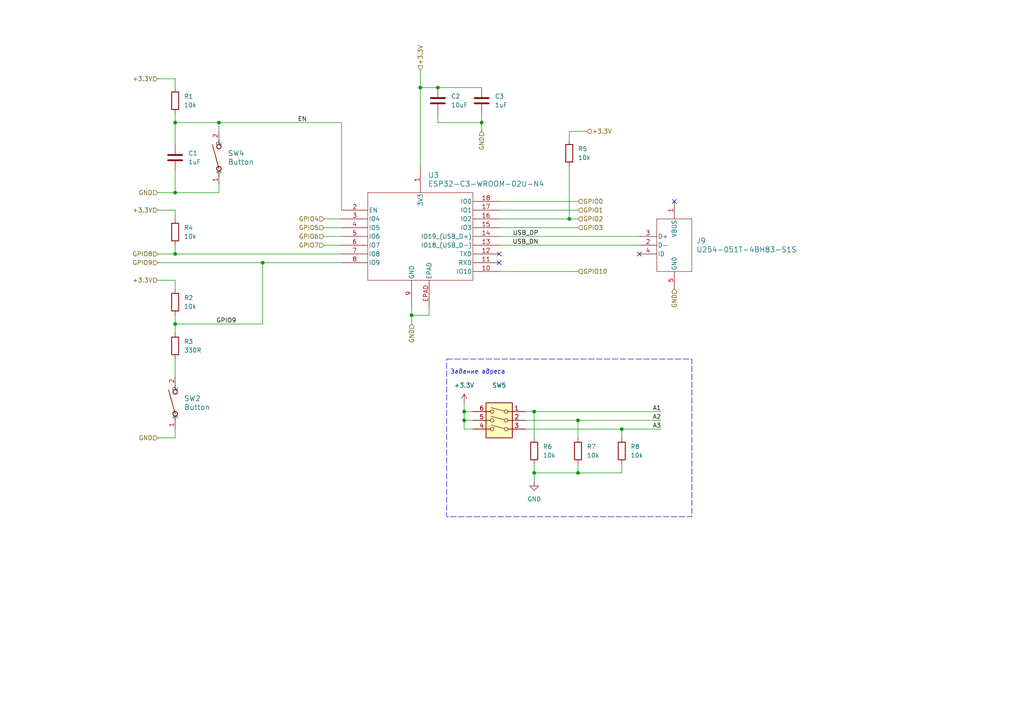
<source format=kicad_sch>
(kicad_sch (version 20231120) (generator "eeschema") (generator_version "8.0")
  (paper "A4")
  (title_block (comment 2 "Konstantin"))
  (lib_symbols
    (symbol "kicad_inventree_lib:C_10uF_16V_1206" (pin_numbers hide) (pin_names (offset 0.254))
      (property "Reference" "C" (at 0.635 2.54 0))
      (property "Value" "10uF" (at 0.635 -2.54 0))
      (symbol "C_10uF_16V_1206_0_1"
        (polyline (pts (xy -2.032 -0.762) (xy 2.032 -0.762)) (stroke (width 0.508)))
        (polyline (pts (xy -2.032 0.762) (xy 2.032 0.762)) (stroke (width 0.508)))
      )
      (symbol "C_10uF_16V_1206_1_1"
        (pin passive line (at 0 3.81 270) (length 2.794) (name "~") (number "1"))
        (pin passive line (at 0 -3.81 90) (length 2.794) (name "~") (number "2"))
      )
    )
    (symbol "kicad_inventree_lib:C_1uF_16V_1206" (pin_numbers hide) (pin_names (offset 0.254))
      (property "Reference" "C" (at 0.635 2.54 0))
      (property "Value" "1uF" (at 0.635 -2.54 0))
      (symbol "C_1uF_16V_1206_0_1"
        (polyline (pts (xy -2.032 -0.762) (xy 2.032 -0.762)) (stroke (width 0.508)))
        (polyline (pts (xy -2.032 0.762) (xy 2.032 0.762)) (stroke (width 0.508)))
      )
      (symbol "C_1uF_16V_1206_1_1"
        (pin passive line (at 0 3.81 270) (length 2.794) (name "~") (number "1"))
        (pin passive line (at 0 -3.81 90) (length 2.794) (name "~") (number "2"))
      )
    )
    (symbol "kicad_inventree_lib:C_1uF_50V_1206" (pin_numbers hide) (pin_names (offset 0.254))
      (property "Reference" "C" (at 0.635 2.54 0))
      (property "Value" "1uF" (at 0.635 -2.54 0))
      (symbol "C_1uF_50V_1206_0_1"
        (polyline (pts (xy -2.032 -0.762) (xy 2.032 -0.762)) (stroke (width 0.508)))
        (polyline (pts (xy -2.032 0.762) (xy 2.032 0.762)) (stroke (width 0.508)))
      )
      (symbol "C_1uF_50V_1206_1_1"
        (pin passive line (at 0 3.81 270) (length 2.794) (name "~") (number "1"))
        (pin passive line (at 0 -3.81 90) (length 2.794) (name "~") (number "2"))
      )
    )
    (symbol "kicad_inventree_lib:DIP_SW-3P-P2.54-THT-Top" (pin_names (offset 0) hide)
      (property "Reference" "SW" (at 0 6.35 0))
      (property "Value" "DIP_SW-3P-P2.54-THT-Top" (at 0 -6.35 0))
      (symbol "DIP_SW-3P-P2.54-THT-Top_0_0"
        (circle (center -2.032 -2.54) (radius 0.508))
        (circle (center -2.032 0) (radius 0.508))
        (circle (center -2.032 2.54) (radius 0.508))
        (polyline (pts (xy -1.524 -2.413) (xy 2.3622 -1.3716)))
        (polyline (pts (xy -1.524 0.127) (xy 2.3622 1.1684)))
        (polyline (pts (xy -1.524 2.667) (xy 2.3622 3.7084)))
        (circle (center 2.032 -2.54) (radius 0.508))
        (circle (center 2.032 0) (radius 0.508))
        (circle (center 2.032 2.54) (radius 0.508))
      )
      (symbol "DIP_SW-3P-P2.54-THT-Top_0_1"
        (rectangle (start -3.81 5.08) (end 3.81 -5.08) (stroke (width 0.254)) (fill (type background)))
      )
      (symbol "DIP_SW-3P-P2.54-THT-Top_1_1"
        (pin passive line (at -7.62 2.54 0) (length 5.08) (name "~") (number "1"))
        (pin passive line (at -7.62 0 0) (length 5.08) (name "~") (number "2"))
        (pin passive line (at -7.62 -2.54 0) (length 5.08) (name "~") (number "3"))
        (pin passive line (at 7.62 -2.54 180) (length 5.08) (name "~") (number "4"))
        (pin passive line (at 7.62 0 180) (length 5.08) (name "~") (number "5"))
        (pin passive line (at 7.62 2.54 180) (length 5.08) (name "~") (number "6"))
      )
    )
    (symbol "kicad_inventree_lib:ESP32-C3-WROOM-02U-N4" (pin_names (offset 0.254))
      (property "Reference" "U" (at 2.54 5.08 0))
      (property "Value" "ESP32-C3-WROOM-02U-N4" (at 2.54 2.54 0))
      (symbol "ESP32-C3-WROOM-02U-N4_0_1"
        (polyline (pts (xy -15.24 -25.4) (xy 15.24 -25.4)) (stroke (width 0.127)))
        (polyline (pts (xy -15.24 0) (xy -15.24 -25.4)) (stroke (width 0.127)))
        (polyline (pts (xy 15.24 -25.4) (xy 15.24 0)) (stroke (width 0.127)))
        (polyline (pts (xy 15.24 0) (xy -15.24 0)) (stroke (width 0.127)))
        (pin power_in line (at 0 7.62 270) (length 7.62) (name "3V3") (number "1"))
        (pin bidirectional line (at 22.86 -22.86 180) (length 7.62) (name "IO10") (number "10"))
        (pin bidirectional line (at 22.86 -20.32 180) (length 7.62) (name "RXD") (number "11"))
        (pin bidirectional line (at 22.86 -17.78 180) (length 7.62) (name "TXD") (number "12"))
        (pin bidirectional line (at 22.86 -10.16 180) (length 7.62) (name "IO3") (number "15"))
        (pin bidirectional line (at 22.86 -7.62 180) (length 7.62) (name "IO2") (number "16"))
        (pin bidirectional line (at 22.86 -5.08 180) (length 7.62) (name "IO1") (number "17"))
        (pin bidirectional line (at 22.86 -2.54 180) (length 7.62) (name "IO0") (number "18"))
        (pin input line (at -22.86 -5.08 0) (length 7.62) (name "EN") (number "2"))
        (pin bidirectional line (at -22.86 -7.62 0) (length 7.62) (name "IO4") (number "3"))
        (pin bidirectional line (at -22.86 -10.16 0) (length 7.62) (name "IO5") (number "4"))
        (pin bidirectional line (at -22.86 -12.7 0) (length 7.62) (name "IO6") (number "5"))
        (pin bidirectional line (at -22.86 -15.24 0) (length 7.62) (name "IO7") (number "6"))
        (pin bidirectional line (at -22.86 -17.78 0) (length 7.62) (name "IO8") (number "7"))
        (pin bidirectional line (at -22.86 -20.32 0) (length 7.62) (name "IO9") (number "8"))
        (pin power_out line (at -2.54 -33.02 90) (length 7.62) (name "GND") (number "9"))
      )
      (symbol "ESP32-C3-WROOM-02U-N4_1_1"
        (pin bidirectional line (at 22.86 -15.24 180) (length 7.62) (name "IO18_(USB_D-)") (number "13"))
        (pin bidirectional line (at 22.86 -12.7 180) (length 7.62) (name "IO19_(USB_D+)") (number "14"))
        (pin power_out line (at 2.54 -33.02 90) (length 7.62) (name "EPAD") (number "EPAD"))
      )
    )
    (symbol "kicad_inventree_lib:R_10k_1206_1%" (pin_numbers hide) (pin_names (offset 0))
      (property "Reference" "R" (at 2.032 0 90))
      (property "Value" "10k" (at 0 0 90))
      (symbol "R_10k_1206_1%_0_1"
        (rectangle (start -1.016 -2.54) (end 1.016 2.54) (stroke (width 0.254)))
      )
      (symbol "R_10k_1206_1%_1_1"
        (pin passive line (at 0 3.81 270) (length 1.27) (name "~") (number "1"))
        (pin passive line (at 0 -3.81 90) (length 1.27) (name "~") (number "2"))
      )
    )
    (symbol "kicad_inventree_lib:R_330R_1206_1%" (pin_numbers hide) (pin_names (offset 0))
      (property "Reference" "R" (at 2.032 0 90))
      (property "Value" "330R" (at 0 0 90))
      (symbol "R_330R_1206_1%_0_1"
        (rectangle (start -1.016 -2.54) (end 1.016 2.54) (stroke (width 0.254)))
      )
      (symbol "R_330R_1206_1%_1_1"
        (pin passive line (at 0 3.81 270) (length 1.27) (name "~") (number "1"))
        (pin passive line (at 0 -3.81 90) (length 1.27) (name "~") (number "2"))
      )
    )
    (symbol "kicad_inventree_lib:TS-1088-AR02016" (pin_names (offset 0.254))
      (property "Reference" "SW" (at 7.62 3.81 0))
      (property "Value" "Button" (at 0 0 0))
      (symbol "TS-1088-AR02016_0_1"
        (polyline (pts (xy 2.54 0) (xy 3.81 0)) (stroke (width 0.2032)))
        (polyline (pts (xy 4.445 0) (xy 11.43 1.905)) (stroke (width 0.2032)))
        (polyline (pts (xy 12.7 0) (xy 11.43 0)) (stroke (width 0.2032)))
        (circle (center 4.445 0) (radius 0.635) (stroke (width 0.254)))
        (circle (center 10.795 0) (radius 0.635) (stroke (width 0.254)))
        (pin unspecified line (at 0 0 0) (length 2.54) (name "1") (number "1"))
        (pin unspecified line (at 15.24 0 180) (length 2.54) (name "2") (number "2"))
      )
    )
    (symbol "kicad_inventree_lib:XKG_U254-051T-4BH83-S1S" (pin_names (offset 0.254))
      (property "Reference" "J" (at 8.382 -1.27 0))
      (property "Value" "U254-051T-4BH83-S1S" (at 22.098 -5.842 0))
      (symbol "XKG_U254-051T-4BH83-S1S_0_1"
        (polyline (pts (xy -5.08 -15.24) (xy 5.08 -15.24)) (stroke (width 0.127)))
        (polyline (pts (xy -5.08 0) (xy -5.08 -15.24)) (stroke (width 0.127)))
        (polyline (pts (xy 5.08 -15.24) (xy 5.08 0)) (stroke (width 0.127)))
        (polyline (pts (xy 5.08 0) (xy -5.08 0)) (stroke (width 0.127)))
      )
      (symbol "XKG_U254-051T-4BH83-S1S_1_1"
        (pin unspecified line (at 0 5.08 270) (length 5.08) (name "VBUS") (number "1"))
        (pin unspecified line (at -10.16 -7.62 0) (length 5.08) (name "D-") (number "2"))
        (pin unspecified line (at -10.16 -5.08 0) (length 5.08) (name "D+") (number "3"))
        (pin unspecified line (at -10.16 -10.16 0) (length 5.08) (name "ID") (number "4"))
        (pin unspecified line (at 0 -20.32 90) (length 5.08) (name "GND") (number "5"))
      )
    )
    (symbol "power:+3.3V" (power) (pin_numbers hide) (pin_names (offset 0) hide)
      (property "Value" "+3.3V" (at 0 3.556 0))
      (symbol "+3.3V_0_1"
        (polyline (pts (xy -0.762 1.27) (xy 0 2.54)))
        (polyline (pts (xy 0 0) (xy 0 2.54)))
        (polyline (pts (xy 0 2.54) (xy 0.762 1.27)))
      )
      (symbol "+3.3V_1_1"
        (pin power_in line (at 0 0 90) (length 0) (name "~") (number "1"))
      )
    )
    (symbol "power:GND" (power) (pin_numbers hide) (pin_names (offset 0) hide)
      (property "Value" "GND" (at 0 -3.81 0))
      (symbol "GND_0_1"
        (polyline (pts (xy 0 0) (xy 0 -1.27) (xy 1.27 -1.27) (xy 0 -2.54) (xy -1.27 -1.27) (xy 0 -1.27)))
      )
      (symbol "GND_1_1"
        (pin power_in line (at 0 0 270) (length 0) (name "~") (number "1"))
      )
    )
  )
  (junction (at 180.34 124.46))
  (junction (at 50.8 73.66))
  (junction (at 167.64 121.92))
  (junction (at 119.38 91.44))
  (junction (at 154.94 137.16))
  (junction (at 134.62 121.92))
  (junction (at 50.8 55.88))
  (junction (at 76.2 76.2))
  (junction (at 134.62 119.38))
  (junction (at 50.8 93.98))
  (junction (at 167.64 137.16))
  (junction (at 63.5 35.56))
  (junction (at 139.7 35.56))
  (junction (at 50.8 35.56))
  (junction (at 121.92 25.4))
  (junction (at 165.1 63.5))
  (junction (at 127 25.4))
  (junction (at 154.94 119.38))
  (no_connect (at 144.78 73.66))
  (no_connect (at 144.78 76.2))
  (no_connect (at 185.42 73.66))
  (no_connect (at 195.58 58.42))
  (wire (pts (xy 170.18 38.1) (xy 165.1 38.1)))
  (wire (pts (xy 124.46 88.9) (xy 124.46 91.44)))
  (wire (pts (xy 121.92 25.4) (xy 127 25.4)))
  (wire (pts (xy 152.4 121.92) (xy 167.64 121.92)))
  (wire (pts (xy 167.64 121.92) (xy 191.77 121.92)))
  (wire (pts (xy 144.78 58.42) (xy 167.64 58.42)))
  (wire (pts (xy 50.8 55.88) (xy 63.5 55.88)))
  (wire (pts (xy 180.34 134.62) (xy 180.34 137.16)))
  (wire (pts (xy 45.72 81.28) (xy 50.8 81.28)))
  (wire (pts (xy 45.72 22.86) (xy 50.8 22.86)))
  (wire (pts (xy 167.64 121.92) (xy 167.64 127)))
  (wire (pts (xy 50.8 93.98) (xy 76.2 93.98)))
  (wire (pts (xy 50.8 93.98) (xy 50.8 91.44)))
  (wire (pts (xy 134.62 116.84) (xy 134.62 119.38)))
  (wire (pts (xy 127 35.56) (xy 139.7 35.56)))
  (wire (pts (xy 50.8 22.86) (xy 50.8 25.4)))
  (wire (pts (xy 119.38 91.44) (xy 124.46 91.44)))
  (wire (pts (xy 63.5 35.56) (xy 63.5 38.1)))
  (wire (pts (xy 154.94 119.38) (xy 191.77 119.38)))
  (wire (pts (xy 144.78 60.96) (xy 167.64 60.96)))
  (wire (pts (xy 139.7 33.02) (xy 139.7 35.56)))
  (wire (pts (xy 50.8 60.96) (xy 50.8 63.5)))
  (wire (pts (xy 154.94 137.16) (xy 167.64 137.16)))
  (wire (pts (xy 165.1 63.5) (xy 167.64 63.5)))
  (wire (pts (xy 144.78 63.5) (xy 165.1 63.5)))
  (wire (pts (xy 137.16 119.38) (xy 134.62 119.38)))
  (wire (pts (xy 121.92 25.4) (xy 121.92 48.26)))
  (wire (pts (xy 180.34 137.16) (xy 167.64 137.16)))
  (wire (pts (xy 63.5 35.56) (xy 99.06 35.56)))
  (wire (pts (xy 139.7 35.56) (xy 139.7 38.1)))
  (wire (pts (xy 50.8 127) (xy 45.72 127)))
  (wire (pts (xy 180.34 124.46) (xy 191.77 124.46)))
  (wire (pts (xy 93.98 68.58) (xy 99.06 68.58)))
  (wire (pts (xy 93.98 63.5) (xy 99.06 63.5)))
  (wire (pts (xy 50.8 33.02) (xy 50.8 35.56)))
  (wire (pts (xy 45.72 73.66) (xy 50.8 73.66)))
  (wire (pts (xy 50.8 124.46) (xy 50.8 127)))
  (wire (pts (xy 134.62 119.38) (xy 134.62 121.92)))
  (wire (pts (xy 50.8 35.56) (xy 63.5 35.56)))
  (wire (pts (xy 50.8 104.14) (xy 50.8 109.22)))
  (wire (pts (xy 154.94 119.38) (xy 154.94 127)))
  (wire (pts (xy 165.1 48.26) (xy 165.1 63.5)))
  (wire (pts (xy 45.72 76.2) (xy 76.2 76.2)))
  (wire (pts (xy 93.98 71.12) (xy 99.06 71.12)))
  (wire (pts (xy 127 25.4) (xy 139.7 25.4)))
  (wire (pts (xy 165.1 38.1) (xy 165.1 40.64)))
  (wire (pts (xy 93.98 66.04) (xy 99.06 66.04)))
  (wire (pts (xy 99.06 35.56) (xy 99.06 60.96)))
  (wire (pts (xy 180.34 124.46) (xy 180.34 127)))
  (wire (pts (xy 144.78 71.12) (xy 185.42 71.12)))
  (wire (pts (xy 121.92 20.32) (xy 121.92 25.4)))
  (wire (pts (xy 63.5 53.34) (xy 63.5 55.88)))
  (wire (pts (xy 50.8 93.98) (xy 50.8 96.52)))
  (wire (pts (xy 50.8 73.66) (xy 99.06 73.66)))
  (wire (pts (xy 152.4 119.38) (xy 154.94 119.38)))
  (wire (pts (xy 144.78 68.58) (xy 185.42 68.58)))
  (wire (pts (xy 137.16 124.46) (xy 134.62 124.46)))
  (wire (pts (xy 50.8 49.53) (xy 50.8 55.88)))
  (wire (pts (xy 119.38 88.9) (xy 119.38 91.44)))
  (wire (pts (xy 45.72 55.88) (xy 50.8 55.88)))
  (wire (pts (xy 154.94 137.16) (xy 154.94 139.7)))
  (wire (pts (xy 167.64 134.62) (xy 167.64 137.16)))
  (wire (pts (xy 119.38 91.44) (xy 119.38 93.98)))
  (wire (pts (xy 137.16 121.92) (xy 134.62 121.92)))
  (wire (pts (xy 144.78 66.04) (xy 167.64 66.04)))
  (wire (pts (xy 45.72 60.96) (xy 50.8 60.96)))
  (wire (pts (xy 50.8 35.56) (xy 50.8 41.91)))
  (wire (pts (xy 50.8 71.12) (xy 50.8 73.66)))
  (wire (pts (xy 152.4 124.46) (xy 180.34 124.46)))
  (wire (pts (xy 76.2 76.2) (xy 99.06 76.2)))
  (wire (pts (xy 127 33.02) (xy 127 35.56)))
  (wire (pts (xy 76.2 93.98) (xy 76.2 76.2)))
  (wire (pts (xy 154.94 134.62) (xy 154.94 137.16)))
  (wire (pts (xy 144.78 78.74) (xy 167.64 78.74)))
  (wire (pts (xy 50.8 81.28) (xy 50.8 83.82)))
  (wire (pts (xy 134.62 121.92) (xy 134.62 124.46)))
  (rectangle (start 129.54 104.14) (end 200.66 149.86) (stroke (width 0) (type dash)))
  (text "Задание адреса" (at 130.556 107.95 0) (effects (font (size 1.27 1.27)) (justify left)))
  (label "A1" (at 191.77 119.38 180))
  (label "GPIO9" (at 68.58 93.98 180))
  (label "USB_DP" (at 156.21 68.58 180))
  (label "A3" (at 191.77 124.46 180))
  (label "A2" (at 191.77 121.92 180))
  (label "USB_DN" (at 156.21 71.12 180))
  (label "EN" (at 86.36 35.56 0))
  (hierarchical_label "+3.3V" (shape input) (at 45.72 60.96 180))
  (hierarchical_label "GND" (shape input) (at 119.38 93.98 270))
  (hierarchical_label "GPIO2" (shape input) (at 167.64 63.5 0))
  (hierarchical_label "GPIO8" (shape input) (at 45.72 73.66 180))
  (hierarchical_label "GPIO9" (shape input) (at 45.72 76.2 180))
  (hierarchical_label "+3.3V" (shape input) (at 45.72 22.86 180))
  (hierarchical_label "GPIO6" (shape input) (at 93.98 68.58 180))
  (hierarchical_label "GND" (shape input) (at 139.7 38.1 270))
  (hierarchical_label "+3.3V" (shape input) (at 170.18 38.1 0))
  (hierarchical_label "GPIO0" (shape input) (at 167.64 58.42 0))
  (hierarchical_label "+3.3V" (shape input) (at 45.72 81.28 180))
  (hierarchical_label "GPIO7" (shape input) (at 93.98 71.12 180))
  (hierarchical_label "GND" (shape input) (at 195.58 83.82 270))
  (hierarchical_label "GPIO10" (shape input) (at 167.64 78.74 0))
  (hierarchical_label "GPIO3" (shape input) (at 167.64 66.04 0))
  (hierarchical_label "GPIO5" (shape input) (at 93.98 66.04 180))
  (hierarchical_label "GPIO4" (shape input) (at 93.98 63.5 180))
  (hierarchical_label "GPIO1" (shape input) (at 167.64 60.96 0))
  (hierarchical_label "GND" (shape input) (at 45.72 55.88 180))
  (hierarchical_label "+3.3V" (shape input) (at 121.92 20.32 90))
  (hierarchical_label "GND" (shape input) (at 45.72 127 180))
  (symbol (lib_id "kicad_inventree_lib:XKG_U254-051T-4BH83-S1S") (at 195.58 63.5 0) (unit 1)
    (property "Reference" "J9" (at 201.93 69.8499 0) (effects (font (size 1.524 1.524)) (justify left)))
    (property "Value" "U254-051T-4BH83-S1S" (at 201.93 72.3899 0) (effects (font (size 1.524 1.524)) (justify left)))
    (property "Footprint" "kicad_inventree_lib:CONN5_H83-S1S_XKB" (effects (hide yes)))
    (property "Datasheet" "http://inventree.network/part/136/" (effects (hide yes)))
    (property "part_ipn" "U254-051T-4BH83-S1S " (effects (hide yes)))
  )
  (symbol (lib_id "kicad_inventree_lib:R_10k_1206_1%") (at 50.8 29.21 0) (unit 1)
    (property "Reference" "R1" (at 53.34 27.9399 0) (effects (justify left)))
    (property "Value" "10k" (at 53.34 30.4799 0) (effects (justify left)))
    (property "Footprint" "Resistor_SMD:R_1206_3216Metric_Pad1.30x1.75mm_HandSolder" (effects (hide yes)))
    (property "Datasheet" "http://inventree.network/part/26/" (effects (hide yes)))
    (property "Description" "Resistor" (effects (hide yes)))
    (property "NextPCB_price" "0.00169" (effects (hide yes)))
    (property "NextPCB_url" "https://www.hqonline.com/product-detail/chip-resistors-fojan-frc1206f3301ts-2500354421" (effects (hide yes)))
    (property "part_ipn" "R_10k_1206_1%" (effects (hide yes)))
  )
  (symbol (lib_id "kicad_inventree_lib:DIP_SW-3P-P2.54-THT-Top") (at 144.78 121.92 0) (mirror y) (unit 1)
    (property "Reference" "SW5" (at 144.78 111.76 0))
    (property "Value" "DIP_SW-3P-P2.54-THT-Top" (effects (hide yes)))
    (property "Footprint" "Button_Switch_THT:SW_DIP_SPSTx03_Slide_9.78x9.8mm_W7.62mm_P2.54mm" (effects (hide yes)))
    (property "Datasheet" "http://inventree.network/part/122/" (effects (hide yes)))
    (property "Description" "3x DIP Switch, Single Pole Single Throw (SPST) switch, small symbol" (effects (hide yes)))
    (property "part_ipn" "DIP_SW-3P-P2.54-THT-Top" (effects (hide yes)))
  )
  (symbol (lib_id "kicad_inventree_lib:C_10uF_16V_1206") (at 127 29.21 180) (unit 1)
    (property "Reference" "C2" (at 130.81 27.9399 0) (effects (justify right)))
    (property "Value" "10uF" (at 130.81 30.4799 0) (effects (justify right)))
    (property "Footprint" "Capacitor_SMD:C_1206_3216Metric_Pad1.33x1.80mm_HandSolder" (effects (hide yes)))
    (property "Datasheet" "http://inventree.network/part/141/" (effects (hide yes)))
    (property "Description" "Unpolarized capacitor" (effects (hide yes)))
    (property "part_ipn" "C_10uF_16V_1206" (effects (hide yes)))
  )
  (symbol (lib_id "kicad_inventree_lib:TS-1088-AR02016") (at 63.5 53.34 90) (unit 1)
    (property "Reference" "SW4" (at 66.04 44.4499 90) (effects (font (size 1.524 1.524)) (justify right)))
    (property "Value" "Button" (at 66.04 46.9899 90) (effects (font (size 1.524 1.524)) (justify right)))
    (property "Footprint" "kicad_inventree_lib:SW_TS-1088_XNP-M" (effects (hide yes)))
    (property "Datasheet" "http://inventree.network/part/139/" (effects (hide yes)))
    (property "part_ipn" "TS-1088-AR02016 " (effects (hide yes)))
  )
  (symbol (lib_id "kicad_inventree_lib:R_10k_1206_1%") (at 50.8 87.63 0) (unit 1)
    (property "Reference" "R2" (at 53.34 86.3599 0) (effects (justify left)))
    (property "Value" "10k" (at 53.34 88.8999 0) (effects (justify left)))
    (property "Footprint" "Resistor_SMD:R_1206_3216Metric_Pad1.30x1.75mm_HandSolder" (effects (hide yes)))
    (property "Datasheet" "http://inventree.network/part/26/" (effects (hide yes)))
    (property "Description" "Resistor" (effects (hide yes)))
    (property "NextPCB_price" "0.00169" (effects (hide yes)))
    (property "NextPCB_url" "https://www.hqonline.com/product-detail/chip-resistors-fojan-frc1206f3301ts-2500354421" (effects (hide yes)))
    (property "part_ipn" "R_10k_1206_1%" (effects (hide yes)))
  )
  (symbol (lib_id "power:+3.3V") (at 134.62 116.84 0) (unit 1)
    (property "Reference" "#PWR012" (effects (hide yes)))
    (property "Value" "+3.3V" (at 134.62 111.76 0))
    (property "Description" "Power symbol creates a global label with name \"+3.3V\"" (effects (hide yes)))
  )
  (symbol (lib_id "kicad_inventree_lib:R_10k_1206_1%") (at 180.34 130.81 180) (unit 1)
    (property "Reference" "R8" (at 182.88 129.5399 0) (effects (justify right)))
    (property "Value" "10k" (at 182.88 132.0799 0) (effects (justify right)))
    (property "Footprint" "Resistor_SMD:R_1206_3216Metric_Pad1.30x1.75mm_HandSolder" (effects (hide yes)))
    (property "Datasheet" "http://inventree.network/part/26/" (effects (hide yes)))
    (property "Description" "Resistor" (effects (hide yes)))
    (property "NextPCB_price" "0.00169" (effects (hide yes)))
    (property "NextPCB_url" "https://www.hqonline.com/product-detail/chip-resistors-fojan-frc1206f3301ts-2500354421" (effects (hide yes)))
    (property "part_ipn" "R_10k_1206_1%" (effects (hide yes)))
  )
  (symbol (lib_id "kicad_inventree_lib:R_10k_1206_1%") (at 165.1 44.45 0) (unit 1)
    (property "Reference" "R5" (at 167.64 43.1799 0) (effects (justify left)))
    (property "Value" "10k" (at 167.64 45.7199 0) (effects (justify left)))
    (property "Footprint" "Resistor_SMD:R_1206_3216Metric_Pad1.30x1.75mm_HandSolder" (effects (hide yes)))
    (property "Datasheet" "http://inventree.network/part/26/" (effects (hide yes)))
    (property "Description" "Resistor" (effects (hide yes)))
    (property "NextPCB_price" "0.00169" (effects (hide yes)))
    (property "NextPCB_url" "https://www.hqonline.com/product-detail/chip-resistors-fojan-frc1206f3301ts-2500354421" (effects (hide yes)))
    (property "part_ipn" "R_10k_1206_1%" (effects (hide yes)))
  )
  (symbol (lib_id "kicad_inventree_lib:R_10k_1206_1%") (at 154.94 130.81 180) (unit 1)
    (property "Reference" "R6" (at 157.48 129.5399 0) (effects (justify right)))
    (property "Value" "10k" (at 157.48 132.0799 0) (effects (justify right)))
    (property "Footprint" "Resistor_SMD:R_1206_3216Metric_Pad1.30x1.75mm_HandSolder" (effects (hide yes)))
    (property "Datasheet" "http://inventree.network/part/26/" (effects (hide yes)))
    (property "Description" "Resistor" (effects (hide yes)))
    (property "NextPCB_price" "0.00169" (effects (hide yes)))
    (property "NextPCB_url" "https://www.hqonline.com/product-detail/chip-resistors-fojan-frc1206f3301ts-2500354421" (effects (hide yes)))
    (property "part_ipn" "R_10k_1206_1%" (effects (hide yes)))
  )
  (symbol (lib_id "kicad_inventree_lib:R_10k_1206_1%") (at 50.8 67.31 0) (unit 1)
    (property "Reference" "R4" (at 53.34 66.0399 0) (effects (justify left)))
    (property "Value" "10k" (at 53.34 68.5799 0) (effects (justify left)))
    (property "Footprint" "Resistor_SMD:R_1206_3216Metric_Pad1.30x1.75mm_HandSolder" (effects (hide yes)))
    (property "Datasheet" "http://inventree.network/part/26/" (effects (hide yes)))
    (property "Description" "Resistor" (effects (hide yes)))
    (property "NextPCB_price" "0.00169" (effects (hide yes)))
    (property "NextPCB_url" "https://www.hqonline.com/product-detail/chip-resistors-fojan-frc1206f3301ts-2500354421" (effects (hide yes)))
    (property "part_ipn" "R_10k_1206_1%" (effects (hide yes)))
  )
  (symbol (lib_id "kicad_inventree_lib:R_330R_1206_1%") (at 50.8 100.33 0) (unit 1)
    (property "Reference" "R3" (at 53.34 99.0599 0) (effects (justify left)))
    (property "Value" "330R" (at 53.34 101.5999 0) (effects (justify left)))
    (property "Footprint" "Resistor_SMD:R_1206_3216Metric_Pad1.30x1.75mm_HandSolder" (effects (hide yes)))
    (property "Datasheet" "http://inventree.network/part/140/" (effects (hide yes)))
    (property "Description" "Resistor" (effects (hide yes)))
    (property "part_ipn" "R_330R_1206_1% " (effects (hide yes)))
  )
  (symbol (lib_id "kicad_inventree_lib:R_10k_1206_1%") (at 167.64 130.81 180) (unit 1)
    (property "Reference" "R7" (at 170.18 129.5399 0) (effects (justify right)))
    (property "Value" "10k" (at 170.18 132.0799 0) (effects (justify right)))
    (property "Footprint" "Resistor_SMD:R_1206_3216Metric_Pad1.30x1.75mm_HandSolder" (effects (hide yes)))
    (property "Datasheet" "http://inventree.network/part/26/" (effects (hide yes)))
    (property "Description" "Resistor" (effects (hide yes)))
    (property "NextPCB_price" "0.00169" (effects (hide yes)))
    (property "NextPCB_url" "https://www.hqonline.com/product-detail/chip-resistors-fojan-frc1206f3301ts-2500354421" (effects (hide yes)))
    (property "part_ipn" "R_10k_1206_1%" (effects (hide yes)))
  )
  (symbol (lib_id "kicad_inventree_lib:TS-1088-AR02016") (at 50.8 124.46 90) (unit 1)
    (property "Reference" "SW2" (at 53.34 115.5699 90) (effects (font (size 1.524 1.524)) (justify right)))
    (property "Value" "Button" (at 53.34 118.1099 90) (effects (font (size 1.524 1.524)) (justify right)))
    (property "Footprint" "kicad_inventree_lib:SW_TS-1088_XNP-M" (effects (hide yes)))
    (property "Datasheet" "http://inventree.network/part/139/" (effects (hide yes)))
    (property "part_ipn" "TS-1088-AR02016 " (effects (hide yes)))
  )
  (symbol (lib_id "kicad_inventree_lib:ESP32-C3-WROOM-02U-N4") (at 121.92 55.88 0) (unit 1)
    (property "Reference" "U3" (at 124.1141 50.8 0) (effects (font (size 1.524 1.524)) (justify left)))
    (property "Value" "ESP32-C3-WROOM-02U-N4" (at 124.1141 53.34 0) (effects (font (size 1.524 1.524)) (justify left)))
    (property "Footprint" "ESP32-C3-WROOM-02U_EXP" (effects (hide yes)))
    (property "Datasheet" "ESP32-C3-WROOM-02U-N4" (effects (hide yes)))
  )
  (symbol (lib_id "power:GND") (at 154.94 139.7 0) (unit 1)
    (property "Reference" "#PWR013" (effects (hide yes)))
    (property "Value" "GND" (at 154.94 144.78 0))
    (property "Description" "Power symbol creates a global label with name \"GND\" , ground" (effects (hide yes)))
  )
  (symbol (lib_id "kicad_inventree_lib:C_1uF_50V_1206") (at 50.8 45.72 0) (unit 1)
    (property "Reference" "C1" (at 54.61 44.4499 0) (effects (justify left)))
    (property "Value" "1uF" (at 54.61 46.9899 0) (effects (justify left)))
    (property "Footprint" "Capacitor_SMD:C_1206_3216Metric_Pad1.33x1.80mm_HandSolder" (effects (hide yes)))
    (property "Datasheet" "http://inventree.network/part/44/" (effects (hide yes)))
    (property "Description" "Unpolarized capacitor" (effects (hide yes)))
    (property "part_ipn" "C_1uF_50V_1206" (effects (hide yes)))
  )
  (symbol (lib_id "kicad_inventree_lib:C_1uF_16V_1206") (at 139.7 29.21 0) (unit 1)
    (property "Reference" "C3" (at 143.51 27.9399 0) (effects (justify left)))
    (property "Value" "1uF" (at 143.51 30.4799 0) (effects (justify left)))
    (property "Footprint" "Capacitor_SMD:C_1206_3216Metric_Pad1.33x1.80mm_HandSolder" (effects (hide yes)))
    (property "Datasheet" "http://inventree.network/part/141/" (effects (hide yes)))
    (property "Description" "Unpolarized capacitor" (effects (hide yes)))
    (property "part_ipn" "C_1uF_16V_1206" (effects (hide yes)))
  )
)
</source>
